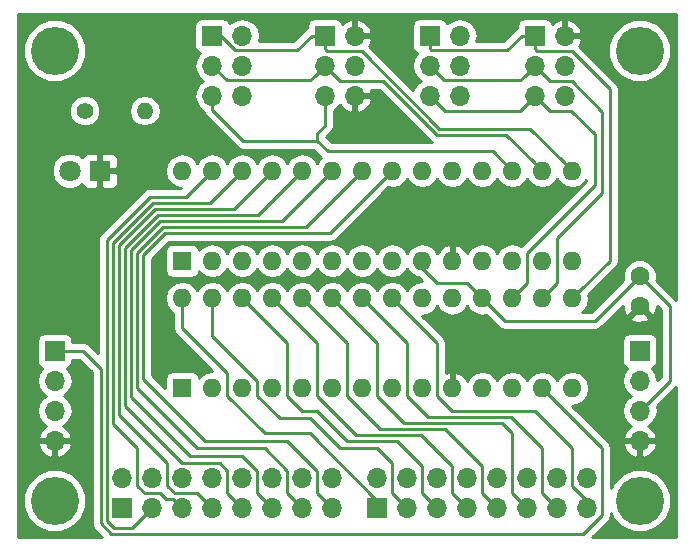
<source format=gbl>
G04 #@! TF.FileFunction,Copper,L2,Bot,Signal*
%FSLAX46Y46*%
G04 Gerber Fmt 4.6, Leading zero omitted, Abs format (unit mm)*
G04 Created by KiCad (PCBNEW 4.0.6-e0-6349~53~ubuntu14.04.1) date Wed May 31 17:07:56 2017*
%MOMM*%
%LPD*%
G01*
G04 APERTURE LIST*
%ADD10C,0.100000*%
%ADD11C,1.400000*%
%ADD12O,1.400000X1.400000*%
%ADD13R,1.800000X1.800000*%
%ADD14C,1.800000*%
%ADD15C,4.064000*%
%ADD16R,1.600000X1.600000*%
%ADD17O,1.600000X1.600000*%
%ADD18C,1.600000*%
%ADD19R,1.700000X1.700000*%
%ADD20O,1.700000X1.700000*%
%ADD21C,0.254000*%
G04 APERTURE END LIST*
D10*
D11*
X180340000Y-132080000D03*
D12*
X185420000Y-132080000D03*
D13*
X181610000Y-137160000D03*
D14*
X179070000Y-137160000D03*
D15*
X177800000Y-127000000D03*
X227330000Y-127000000D03*
X227330000Y-165100000D03*
D16*
X188595000Y-155575000D03*
D17*
X221615000Y-147955000D03*
X191135000Y-155575000D03*
X219075000Y-147955000D03*
X193675000Y-155575000D03*
X216535000Y-147955000D03*
X196215000Y-155575000D03*
X213995000Y-147955000D03*
X198755000Y-155575000D03*
X211455000Y-147955000D03*
X201295000Y-155575000D03*
X208915000Y-147955000D03*
X203835000Y-155575000D03*
X206375000Y-147955000D03*
X206375000Y-155575000D03*
X203835000Y-147955000D03*
X208915000Y-155575000D03*
X201295000Y-147955000D03*
X211455000Y-155575000D03*
X198755000Y-147955000D03*
X213995000Y-155575000D03*
X196215000Y-147955000D03*
X216535000Y-155575000D03*
X193675000Y-147955000D03*
X219075000Y-155575000D03*
X191135000Y-147955000D03*
X221615000Y-155575000D03*
X188595000Y-147955000D03*
D16*
X188595000Y-144780000D03*
D17*
X221615000Y-137160000D03*
X191135000Y-144780000D03*
X219075000Y-137160000D03*
X193675000Y-144780000D03*
X216535000Y-137160000D03*
X196215000Y-144780000D03*
X213995000Y-137160000D03*
X198755000Y-144780000D03*
X211455000Y-137160000D03*
X201295000Y-144780000D03*
X208915000Y-137160000D03*
X203835000Y-144780000D03*
X206375000Y-137160000D03*
X206375000Y-144780000D03*
X203835000Y-137160000D03*
X208915000Y-144780000D03*
X201295000Y-137160000D03*
X211455000Y-144780000D03*
X198755000Y-137160000D03*
X213995000Y-144780000D03*
X196215000Y-137160000D03*
X216535000Y-144780000D03*
X193675000Y-137160000D03*
X219075000Y-144780000D03*
X191135000Y-137160000D03*
X221615000Y-144780000D03*
X188595000Y-137160000D03*
D18*
X227330000Y-148590000D03*
X227330000Y-146090000D03*
D15*
X177800000Y-165100000D03*
D19*
X218440000Y-125730000D03*
D20*
X220980000Y-125730000D03*
X218440000Y-128270000D03*
X220980000Y-128270000D03*
X218440000Y-130810000D03*
X220980000Y-130810000D03*
D19*
X209550000Y-125730000D03*
D20*
X212090000Y-125730000D03*
X209550000Y-128270000D03*
X212090000Y-128270000D03*
X209550000Y-130810000D03*
X212090000Y-130810000D03*
D19*
X205105000Y-165735000D03*
D20*
X205105000Y-163195000D03*
X207645000Y-165735000D03*
X207645000Y-163195000D03*
X210185000Y-165735000D03*
X210185000Y-163195000D03*
X212725000Y-165735000D03*
X212725000Y-163195000D03*
X215265000Y-165735000D03*
X215265000Y-163195000D03*
X217805000Y-165735000D03*
X217805000Y-163195000D03*
X220345000Y-165735000D03*
X220345000Y-163195000D03*
X222885000Y-165735000D03*
X222885000Y-163195000D03*
D19*
X200660000Y-125730000D03*
D20*
X203200000Y-125730000D03*
X200660000Y-128270000D03*
X203200000Y-128270000D03*
X200660000Y-130810000D03*
X203200000Y-130810000D03*
D19*
X191135000Y-125730000D03*
D20*
X193675000Y-125730000D03*
X191135000Y-128270000D03*
X193675000Y-128270000D03*
X191135000Y-130810000D03*
X193675000Y-130810000D03*
D19*
X183515000Y-165735000D03*
D20*
X183515000Y-163195000D03*
X186055000Y-165735000D03*
X186055000Y-163195000D03*
X188595000Y-165735000D03*
X188595000Y-163195000D03*
X191135000Y-165735000D03*
X191135000Y-163195000D03*
X193675000Y-165735000D03*
X193675000Y-163195000D03*
X196215000Y-165735000D03*
X196215000Y-163195000D03*
X198755000Y-165735000D03*
X198755000Y-163195000D03*
X201295000Y-165735000D03*
X201295000Y-163195000D03*
D19*
X227330000Y-152400000D03*
D20*
X227330000Y-154940000D03*
X227330000Y-157480000D03*
X227330000Y-160020000D03*
D19*
X177800000Y-152400000D03*
D20*
X177800000Y-154940000D03*
X177800000Y-157480000D03*
X177800000Y-160020000D03*
D21*
X227330000Y-146090000D02*
X227330000Y-146099543D01*
X227330000Y-146099543D02*
X229870000Y-148639543D01*
X229870000Y-148639543D02*
X229870000Y-154940000D01*
X229870000Y-154940000D02*
X227330000Y-157480000D01*
X213995000Y-147955000D02*
X215900000Y-149860000D01*
X215900000Y-149860000D02*
X223560000Y-149860000D01*
X223560000Y-149860000D02*
X227330000Y-146090000D01*
X208915000Y-144780000D02*
X208915000Y-145415000D01*
X212725000Y-146685000D02*
X213995000Y-147955000D01*
X210185000Y-146685000D02*
X212725000Y-146685000D01*
X208915000Y-145415000D02*
X210185000Y-146685000D01*
X219075000Y-155575000D02*
X224116001Y-160616001D01*
X224116001Y-160616001D02*
X224116001Y-166325881D01*
X224116001Y-166325881D02*
X222523138Y-167918744D01*
X179070000Y-152400000D02*
X177800000Y-152400000D01*
X222523138Y-167918744D02*
X182607010Y-167918744D01*
X181687619Y-153913619D02*
X180174000Y-152400000D01*
X182607010Y-167918744D02*
X181687620Y-166999354D01*
X180174000Y-152400000D02*
X179070000Y-152400000D01*
X181687620Y-166999354D02*
X181687619Y-153913619D01*
X218440000Y-125730000D02*
X218440000Y-126834000D01*
X224790000Y-130258118D02*
X224790000Y-144780000D01*
X218440000Y-126834000D02*
X218644999Y-127038999D01*
X218644999Y-127038999D02*
X221570881Y-127038999D01*
X221570881Y-127038999D02*
X224790000Y-130258118D01*
X222313499Y-147256501D02*
X221615000Y-147955000D01*
X224790000Y-144780000D02*
X222313499Y-147256501D01*
X209550000Y-125730000D02*
X209550000Y-126834000D01*
X209550000Y-126834000D02*
X209677001Y-126961001D01*
X209677001Y-126961001D02*
X216104999Y-126961001D01*
X216104999Y-126961001D02*
X217336000Y-125730000D01*
X217336000Y-125730000D02*
X218440000Y-125730000D01*
X218440000Y-128270000D02*
X219748999Y-129578999D01*
X219748999Y-129578999D02*
X221570881Y-129578999D01*
X220345000Y-142875000D02*
X220345000Y-146685000D01*
X220345000Y-146685000D02*
X219773499Y-147256501D01*
X221570881Y-129578999D02*
X224155000Y-132163118D01*
X224155000Y-132163118D02*
X224155000Y-139065000D01*
X224155000Y-139065000D02*
X220345000Y-142875000D01*
X219773499Y-147256501D02*
X219075000Y-147955000D01*
X209550000Y-128270000D02*
X210781001Y-129501001D01*
X210781001Y-129501001D02*
X217208999Y-129501001D01*
X217208999Y-129501001D02*
X217590001Y-129119999D01*
X217590001Y-129119999D02*
X218440000Y-128270000D01*
X223576597Y-134620000D02*
X223576597Y-135890000D01*
X223576597Y-135890000D02*
X223576597Y-138373403D01*
X218440000Y-130810000D02*
X219710000Y-132080000D01*
X219710000Y-132080000D02*
X221531882Y-132080000D01*
X221531882Y-132080000D02*
X223520000Y-134068118D01*
X223520000Y-134068118D02*
X223520000Y-135833403D01*
X223520000Y-135833403D02*
X223576597Y-135890000D01*
X209550000Y-130810000D02*
X210820000Y-132080000D01*
X210820000Y-132080000D02*
X217170000Y-132080000D01*
X217170000Y-132080000D02*
X217590001Y-131659999D01*
X217590001Y-131659999D02*
X218440000Y-130810000D01*
X217805000Y-144145000D02*
X217805000Y-146685000D01*
X217805000Y-146685000D02*
X216535000Y-147955000D01*
X223576597Y-138373403D02*
X217805000Y-144145000D01*
X218440000Y-157480000D02*
X211455000Y-157480000D01*
X211455000Y-157480000D02*
X210185000Y-156210000D01*
X222885000Y-165735000D02*
X222885000Y-165100000D01*
X222885000Y-165100000D02*
X221615000Y-163830000D01*
X221615000Y-163830000D02*
X221615000Y-160655000D01*
X221615000Y-160655000D02*
X218440000Y-157480000D01*
X210185000Y-156210000D02*
X210185000Y-151765000D01*
X210185000Y-151765000D02*
X206375000Y-147955000D01*
X216408011Y-157988011D02*
X219075000Y-160655000D01*
X219075000Y-160655000D02*
X219075000Y-164465000D01*
X209423011Y-157988011D02*
X216408011Y-157988011D01*
X207645000Y-151765000D02*
X207645000Y-156210000D01*
X207645000Y-156210000D02*
X209423011Y-157988011D01*
X203835000Y-147955000D02*
X207645000Y-151765000D01*
X219075000Y-164465000D02*
X219583001Y-164973001D01*
X219583001Y-164973001D02*
X220345000Y-165735000D01*
X215646022Y-158496022D02*
X216535000Y-159385000D01*
X216535000Y-159385000D02*
X216535000Y-164465000D01*
X207391022Y-158496022D02*
X215646022Y-158496022D01*
X216535000Y-164465000D02*
X217043001Y-164973001D01*
X217043001Y-164973001D02*
X217805000Y-165735000D01*
X201295000Y-147955000D02*
X205105000Y-151765000D01*
X205105000Y-151765000D02*
X205105000Y-156210000D01*
X205105000Y-156210000D02*
X207391022Y-158496022D01*
X214503001Y-164973001D02*
X215265000Y-165735000D01*
X213995000Y-162175308D02*
X213995000Y-164465000D01*
X213995000Y-164465000D02*
X214503001Y-164973001D01*
X205359033Y-159004033D02*
X210823725Y-159004033D01*
X198755000Y-147955000D02*
X202565000Y-151765000D01*
X202565000Y-151765000D02*
X202565000Y-156210000D01*
X202565000Y-156210000D02*
X205359033Y-159004033D01*
X210823725Y-159004033D02*
X213995000Y-162175308D01*
X211963001Y-164973001D02*
X212725000Y-165735000D01*
X208791736Y-159512044D02*
X211455000Y-162175308D01*
X196215000Y-147955000D02*
X200025000Y-151765000D01*
X211455000Y-162175308D02*
X211455000Y-164465000D01*
X200025000Y-151765000D02*
X200025000Y-156210000D01*
X211455000Y-164465000D02*
X211963001Y-164973001D01*
X200025000Y-156210000D02*
X203327044Y-159512044D01*
X203327044Y-159512044D02*
X208791736Y-159512044D01*
X202565055Y-160020055D02*
X206759747Y-160020055D01*
X206759747Y-160020055D02*
X208915000Y-162175308D01*
X200025000Y-157480000D02*
X202565055Y-160020055D01*
X198755000Y-157480000D02*
X200025000Y-157480000D01*
X197485000Y-156210000D02*
X198755000Y-157480000D01*
X193675000Y-147955000D02*
X197485000Y-151765000D01*
X208915000Y-162175308D02*
X208915000Y-164465000D01*
X197485000Y-151765000D02*
X197485000Y-156210000D01*
X208915000Y-164465000D02*
X209423001Y-164973001D01*
X209423001Y-164973001D02*
X210185000Y-165735000D01*
X191135000Y-147955000D02*
X191135000Y-151130000D01*
X206375000Y-164465000D02*
X207645000Y-165735000D01*
X206375000Y-161925000D02*
X206375000Y-164465000D01*
X205105000Y-160655000D02*
X206375000Y-161925000D01*
X201930000Y-160655000D02*
X205105000Y-160655000D01*
X199390000Y-158115000D02*
X201930000Y-160655000D01*
X196850000Y-158115000D02*
X199390000Y-158115000D01*
X194945000Y-156210000D02*
X196850000Y-158115000D01*
X194945000Y-154940000D02*
X194945000Y-156210000D01*
X191135000Y-151130000D02*
X194945000Y-154940000D01*
X188595000Y-147955000D02*
X188595000Y-150495000D01*
X205105000Y-165100000D02*
X205105000Y-165735000D01*
X199390000Y-159385000D02*
X205105000Y-165100000D01*
X195580000Y-159385000D02*
X199390000Y-159385000D01*
X192405000Y-156210000D02*
X195580000Y-159385000D01*
X192405000Y-154305000D02*
X192405000Y-156210000D01*
X188595000Y-150495000D02*
X192405000Y-154305000D01*
X200660000Y-125730000D02*
X200660000Y-126834000D01*
X200660000Y-126834000D02*
X200864999Y-127038999D01*
X200864999Y-127038999D02*
X203790881Y-127038999D01*
X203790881Y-127038999D02*
X210355862Y-133603980D01*
X210355862Y-133603980D02*
X218058980Y-133603980D01*
X218058980Y-133603980D02*
X220815001Y-136360001D01*
X220815001Y-136360001D02*
X221615000Y-137160000D01*
X191135000Y-125730000D02*
X191135000Y-125011882D01*
X191135000Y-125011882D02*
X193084119Y-126961001D01*
X193084119Y-126961001D02*
X198324999Y-126961001D01*
X198324999Y-126961001D02*
X199556000Y-125730000D01*
X199556000Y-125730000D02*
X200660000Y-125730000D01*
X200660000Y-128270000D02*
X201968999Y-129578999D01*
X201968999Y-129578999D02*
X205612447Y-129578999D01*
X205612447Y-129578999D02*
X210145438Y-134111990D01*
X210145438Y-134111990D02*
X216026990Y-134111990D01*
X191135000Y-128270000D02*
X192366001Y-129501001D01*
X192366001Y-129501001D02*
X199428999Y-129501001D01*
X199428999Y-129501001D02*
X199810001Y-129119999D01*
X199810001Y-129119999D02*
X200660000Y-128270000D01*
X216026990Y-134111990D02*
X218376501Y-136461501D01*
X218376501Y-136461501D02*
X219075000Y-137160000D01*
X200660000Y-133350000D02*
X200025000Y-133985000D01*
X200025000Y-133985000D02*
X200025000Y-134620000D01*
X200660000Y-130810000D02*
X200660000Y-133350000D01*
X191135000Y-130810000D02*
X191135000Y-132012081D01*
X191135000Y-132012081D02*
X193742919Y-134620000D01*
X193742919Y-134620000D02*
X200025000Y-134620000D01*
X200025000Y-134620000D02*
X200933425Y-135528425D01*
X214903425Y-135528425D02*
X216535000Y-137160000D01*
X200933425Y-135528425D02*
X214903425Y-135528425D01*
X200025000Y-164465000D02*
X200533001Y-164973001D01*
X200533001Y-164973001D02*
X201295000Y-165735000D01*
X201126287Y-142408713D02*
X187162552Y-142408713D01*
X190500000Y-160020000D02*
X197485000Y-160020000D01*
X185243693Y-154763693D02*
X190500000Y-160020000D01*
X200025000Y-162560000D02*
X200025000Y-164465000D01*
X185243693Y-144327572D02*
X185243693Y-154763693D01*
X197485000Y-160020000D02*
X200025000Y-162560000D01*
X206375000Y-137160000D02*
X201126287Y-142408713D01*
X187162552Y-142408713D02*
X185243693Y-144327572D01*
X186952127Y-141900702D02*
X184735682Y-144117147D01*
X184735682Y-144117147D02*
X184735682Y-155525674D01*
X197485000Y-162560000D02*
X197485000Y-164465000D01*
X195580000Y-160655000D02*
X197485000Y-162560000D01*
X189865000Y-160655000D02*
X195580000Y-160655000D01*
X184735682Y-155525674D02*
X189865000Y-160655000D01*
X203835000Y-137160000D02*
X199094298Y-141900702D01*
X197993001Y-164973001D02*
X198755000Y-165735000D01*
X197485000Y-164465000D02*
X197993001Y-164973001D01*
X199094298Y-141900702D02*
X186952127Y-141900702D01*
X193675000Y-161290000D02*
X194945000Y-162560000D01*
X184227672Y-143906721D02*
X184227672Y-156287672D01*
X194945000Y-164465000D02*
X195453001Y-164973001D01*
X194945000Y-162560000D02*
X194945000Y-164465000D01*
X189230000Y-161290000D02*
X193675000Y-161290000D01*
X195453001Y-164973001D02*
X196215000Y-165735000D01*
X186741702Y-141392691D02*
X184227672Y-143906721D01*
X184227672Y-156287672D02*
X189230000Y-161290000D01*
X197062309Y-141392691D02*
X186741702Y-141392691D01*
X201295000Y-137160000D02*
X197062309Y-141392691D01*
X183719662Y-143696295D02*
X183719662Y-157049662D01*
X192913001Y-164973001D02*
X193675000Y-165735000D01*
X192405000Y-164465000D02*
X192913001Y-164973001D01*
X192405000Y-162560000D02*
X192405000Y-164465000D01*
X191770000Y-161925000D02*
X192405000Y-162560000D01*
X188595000Y-161925000D02*
X191770000Y-161925000D01*
X183719662Y-157049662D02*
X188595000Y-161925000D01*
X195030320Y-140884680D02*
X186531277Y-140884680D01*
X198755000Y-137160000D02*
X195030320Y-140884680D01*
X186531277Y-140884680D02*
X183719662Y-143696295D01*
X190373001Y-164973001D02*
X191135000Y-165735000D01*
X187325000Y-163830000D02*
X187959990Y-164464990D01*
X196215000Y-137160000D02*
X192998331Y-140376669D01*
X189864990Y-164464990D02*
X190373001Y-164973001D01*
X183211651Y-143485870D02*
X183211651Y-157811651D01*
X186320852Y-140376669D02*
X183211651Y-143485870D01*
X187959990Y-164464990D02*
X189864990Y-164464990D01*
X183211651Y-157811651D02*
X187325000Y-161925000D01*
X187325000Y-161925000D02*
X187325000Y-163830000D01*
X192998331Y-140376669D02*
X186320852Y-140376669D01*
X182703640Y-143275445D02*
X186110427Y-139868658D01*
X187833001Y-164973001D02*
X187198001Y-164973001D01*
X184785000Y-163830000D02*
X184785000Y-160655000D01*
X185420000Y-164465000D02*
X184785000Y-163830000D01*
X192976501Y-137858499D02*
X193675000Y-137160000D01*
X190966342Y-139868658D02*
X192976501Y-137858499D01*
X186110427Y-139868658D02*
X190966342Y-139868658D01*
X187198001Y-164973001D02*
X186690000Y-164465000D01*
X188595000Y-165735000D02*
X187833001Y-164973001D01*
X182703640Y-158573640D02*
X182703640Y-143275445D01*
X186690000Y-164465000D02*
X185420000Y-164465000D01*
X184785000Y-160655000D02*
X182703640Y-158573640D01*
X191135000Y-137160000D02*
X188934353Y-139360647D01*
X188934353Y-139360647D02*
X185899994Y-139360647D01*
X182195629Y-143065012D02*
X182195629Y-166788929D01*
X185899994Y-139360647D02*
X182195629Y-143065012D01*
X185293001Y-166496999D02*
X186055000Y-165735000D01*
X182195629Y-166788929D02*
X182817434Y-167410734D01*
X182817434Y-167410734D02*
X184379266Y-167410734D01*
X184379266Y-167410734D02*
X185293001Y-166496999D01*
G36*
X230430000Y-148132433D02*
X230408815Y-148100727D01*
X228741286Y-146433199D01*
X228764750Y-146376691D01*
X228765248Y-145805813D01*
X228547243Y-145278200D01*
X228143923Y-144874176D01*
X227616691Y-144655250D01*
X227045813Y-144654752D01*
X226518200Y-144872757D01*
X226114176Y-145276077D01*
X225895250Y-145803309D01*
X225894752Y-146374187D01*
X225916222Y-146426148D01*
X223244370Y-149098000D01*
X222479755Y-149098000D01*
X222629698Y-148997811D01*
X222940767Y-148532264D01*
X223050000Y-147983113D01*
X223050000Y-147926887D01*
X222995373Y-147652257D01*
X225328815Y-145318816D01*
X225493996Y-145071605D01*
X225501960Y-145031568D01*
X225552000Y-144780000D01*
X225552000Y-130258118D01*
X225493996Y-129966513D01*
X225377795Y-129792606D01*
X225328816Y-129719303D01*
X223137685Y-127528172D01*
X224662538Y-127528172D01*
X225067709Y-128508761D01*
X225817293Y-129259655D01*
X226797173Y-129666536D01*
X227858172Y-129667462D01*
X228838761Y-129262291D01*
X229589655Y-128512707D01*
X229996536Y-127532827D01*
X229997462Y-126471828D01*
X229592291Y-125491239D01*
X228842707Y-124740345D01*
X227862827Y-124333464D01*
X226801828Y-124332538D01*
X225821239Y-124737709D01*
X225070345Y-125487293D01*
X224663464Y-126467173D01*
X224662538Y-127528172D01*
X223137685Y-127528172D01*
X222182409Y-126572897D01*
X222251645Y-126496924D01*
X222421476Y-126086890D01*
X222300155Y-125857000D01*
X221107000Y-125857000D01*
X221107000Y-125877000D01*
X220853000Y-125877000D01*
X220853000Y-125857000D01*
X220833000Y-125857000D01*
X220833000Y-125603000D01*
X220853000Y-125603000D01*
X220853000Y-124409181D01*
X221107000Y-124409181D01*
X221107000Y-125603000D01*
X222300155Y-125603000D01*
X222421476Y-125373110D01*
X222251645Y-124963076D01*
X221861358Y-124534817D01*
X221336892Y-124288514D01*
X221107000Y-124409181D01*
X220853000Y-124409181D01*
X220623108Y-124288514D01*
X220098642Y-124534817D01*
X219911192Y-124740504D01*
X219893162Y-124644683D01*
X219754090Y-124428559D01*
X219541890Y-124283569D01*
X219290000Y-124232560D01*
X217590000Y-124232560D01*
X217354683Y-124276838D01*
X217138559Y-124415910D01*
X216993569Y-124628110D01*
X216942560Y-124880000D01*
X216942560Y-125094048D01*
X216797184Y-125191185D01*
X215789369Y-126199001D01*
X213510803Y-126199001D01*
X213604093Y-125730000D01*
X213491054Y-125161715D01*
X213169147Y-124679946D01*
X212687378Y-124358039D01*
X212119093Y-124245000D01*
X212060907Y-124245000D01*
X211492622Y-124358039D01*
X211010853Y-124679946D01*
X211010029Y-124681179D01*
X211003162Y-124644683D01*
X210864090Y-124428559D01*
X210651890Y-124283569D01*
X210400000Y-124232560D01*
X208700000Y-124232560D01*
X208464683Y-124276838D01*
X208248559Y-124415910D01*
X208103569Y-124628110D01*
X208052560Y-124880000D01*
X208052560Y-126580000D01*
X208096838Y-126815317D01*
X208235910Y-127031441D01*
X208448110Y-127176431D01*
X208515541Y-127190086D01*
X208470853Y-127219946D01*
X208148946Y-127701715D01*
X208035907Y-128270000D01*
X208148946Y-128838285D01*
X208470853Y-129320054D01*
X208800026Y-129540000D01*
X208470853Y-129759946D01*
X208148946Y-130241715D01*
X208136052Y-130306540D01*
X204402409Y-126572897D01*
X204471645Y-126496924D01*
X204641476Y-126086890D01*
X204520155Y-125857000D01*
X203327000Y-125857000D01*
X203327000Y-125877000D01*
X203073000Y-125877000D01*
X203073000Y-125857000D01*
X203053000Y-125857000D01*
X203053000Y-125603000D01*
X203073000Y-125603000D01*
X203073000Y-124409181D01*
X203327000Y-124409181D01*
X203327000Y-125603000D01*
X204520155Y-125603000D01*
X204641476Y-125373110D01*
X204471645Y-124963076D01*
X204081358Y-124534817D01*
X203556892Y-124288514D01*
X203327000Y-124409181D01*
X203073000Y-124409181D01*
X202843108Y-124288514D01*
X202318642Y-124534817D01*
X202131192Y-124740504D01*
X202113162Y-124644683D01*
X201974090Y-124428559D01*
X201761890Y-124283569D01*
X201510000Y-124232560D01*
X199810000Y-124232560D01*
X199574683Y-124276838D01*
X199358559Y-124415910D01*
X199213569Y-124628110D01*
X199162560Y-124880000D01*
X199162560Y-125094048D01*
X199017184Y-125191185D01*
X198009369Y-126199001D01*
X195095803Y-126199001D01*
X195189093Y-125730000D01*
X195076054Y-125161715D01*
X194754147Y-124679946D01*
X194272378Y-124358039D01*
X193704093Y-124245000D01*
X193645907Y-124245000D01*
X193077622Y-124358039D01*
X192595853Y-124679946D01*
X192595029Y-124681179D01*
X192588162Y-124644683D01*
X192449090Y-124428559D01*
X192236890Y-124283569D01*
X191985000Y-124232560D01*
X190285000Y-124232560D01*
X190049683Y-124276838D01*
X189833559Y-124415910D01*
X189688569Y-124628110D01*
X189637560Y-124880000D01*
X189637560Y-126580000D01*
X189681838Y-126815317D01*
X189820910Y-127031441D01*
X190033110Y-127176431D01*
X190100541Y-127190086D01*
X190055853Y-127219946D01*
X189733946Y-127701715D01*
X189620907Y-128270000D01*
X189733946Y-128838285D01*
X190055853Y-129320054D01*
X190385026Y-129540000D01*
X190055853Y-129759946D01*
X189733946Y-130241715D01*
X189620907Y-130810000D01*
X189733946Y-131378285D01*
X190055853Y-131860054D01*
X190386737Y-132081143D01*
X190431004Y-132303686D01*
X190596185Y-132550896D01*
X193204103Y-135158815D01*
X193407302Y-135294588D01*
X193451314Y-135323996D01*
X193742919Y-135382000D01*
X199709370Y-135382000D01*
X200378767Y-136051397D01*
X200280302Y-136117189D01*
X200025000Y-136499275D01*
X199769698Y-136117189D01*
X199304151Y-135806120D01*
X198755000Y-135696887D01*
X198205849Y-135806120D01*
X197740302Y-136117189D01*
X197485000Y-136499275D01*
X197229698Y-136117189D01*
X196764151Y-135806120D01*
X196215000Y-135696887D01*
X195665849Y-135806120D01*
X195200302Y-136117189D01*
X194945000Y-136499275D01*
X194689698Y-136117189D01*
X194224151Y-135806120D01*
X193675000Y-135696887D01*
X193125849Y-135806120D01*
X192660302Y-136117189D01*
X192405000Y-136499275D01*
X192149698Y-136117189D01*
X191684151Y-135806120D01*
X191135000Y-135696887D01*
X190585849Y-135806120D01*
X190120302Y-136117189D01*
X189865000Y-136499275D01*
X189609698Y-136117189D01*
X189144151Y-135806120D01*
X188595000Y-135696887D01*
X188045849Y-135806120D01*
X187580302Y-136117189D01*
X187269233Y-136582736D01*
X187160000Y-137131887D01*
X187160000Y-137188113D01*
X187269233Y-137737264D01*
X187580302Y-138202811D01*
X188045849Y-138513880D01*
X188472001Y-138598647D01*
X185899994Y-138598647D01*
X185608389Y-138656651D01*
X185361178Y-138821832D01*
X181656814Y-142526197D01*
X181491633Y-142773407D01*
X181433629Y-143065012D01*
X181433629Y-152581999D01*
X180712815Y-151861185D01*
X180568864Y-151765000D01*
X180465605Y-151696004D01*
X180174000Y-151638000D01*
X179297440Y-151638000D01*
X179297440Y-151550000D01*
X179253162Y-151314683D01*
X179114090Y-151098559D01*
X178901890Y-150953569D01*
X178650000Y-150902560D01*
X176950000Y-150902560D01*
X176714683Y-150946838D01*
X176498559Y-151085910D01*
X176353569Y-151298110D01*
X176302560Y-151550000D01*
X176302560Y-153250000D01*
X176346838Y-153485317D01*
X176485910Y-153701441D01*
X176698110Y-153846431D01*
X176765541Y-153860086D01*
X176720853Y-153889946D01*
X176398946Y-154371715D01*
X176285907Y-154940000D01*
X176398946Y-155508285D01*
X176720853Y-155990054D01*
X177050026Y-156210000D01*
X176720853Y-156429946D01*
X176398946Y-156911715D01*
X176285907Y-157480000D01*
X176398946Y-158048285D01*
X176720853Y-158530054D01*
X177061553Y-158757702D01*
X176918642Y-158824817D01*
X176528355Y-159253076D01*
X176358524Y-159663110D01*
X176479845Y-159893000D01*
X177673000Y-159893000D01*
X177673000Y-159873000D01*
X177927000Y-159873000D01*
X177927000Y-159893000D01*
X179120155Y-159893000D01*
X179241476Y-159663110D01*
X179071645Y-159253076D01*
X178681358Y-158824817D01*
X178538447Y-158757702D01*
X178879147Y-158530054D01*
X179201054Y-158048285D01*
X179314093Y-157480000D01*
X179201054Y-156911715D01*
X178879147Y-156429946D01*
X178549974Y-156210000D01*
X178879147Y-155990054D01*
X179201054Y-155508285D01*
X179314093Y-154940000D01*
X179201054Y-154371715D01*
X178879147Y-153889946D01*
X178837548Y-153862150D01*
X178885317Y-153853162D01*
X179101441Y-153714090D01*
X179246431Y-153501890D01*
X179297440Y-153250000D01*
X179297440Y-153162000D01*
X179858370Y-153162000D01*
X180925619Y-154229250D01*
X180925620Y-166999354D01*
X180983624Y-167290959D01*
X181118574Y-167492925D01*
X181148805Y-167538169D01*
X181810635Y-168200000D01*
X174700000Y-168200000D01*
X174700000Y-165628172D01*
X175132538Y-165628172D01*
X175537709Y-166608761D01*
X176287293Y-167359655D01*
X177267173Y-167766536D01*
X178328172Y-167767462D01*
X179308761Y-167362291D01*
X180059655Y-166612707D01*
X180466536Y-165632827D01*
X180467462Y-164571828D01*
X180062291Y-163591239D01*
X179312707Y-162840345D01*
X178332827Y-162433464D01*
X177271828Y-162432538D01*
X176291239Y-162837709D01*
X175540345Y-163587293D01*
X175133464Y-164567173D01*
X175132538Y-165628172D01*
X174700000Y-165628172D01*
X174700000Y-160376890D01*
X176358524Y-160376890D01*
X176528355Y-160786924D01*
X176918642Y-161215183D01*
X177443108Y-161461486D01*
X177673000Y-161340819D01*
X177673000Y-160147000D01*
X177927000Y-160147000D01*
X177927000Y-161340819D01*
X178156892Y-161461486D01*
X178681358Y-161215183D01*
X179071645Y-160786924D01*
X179241476Y-160376890D01*
X179120155Y-160147000D01*
X177927000Y-160147000D01*
X177673000Y-160147000D01*
X176479845Y-160147000D01*
X176358524Y-160376890D01*
X174700000Y-160376890D01*
X174700000Y-137463991D01*
X177534735Y-137463991D01*
X177767932Y-138028371D01*
X178199357Y-138460551D01*
X178763330Y-138694733D01*
X179373991Y-138695265D01*
X179938371Y-138462068D01*
X180115841Y-138284908D01*
X180171673Y-138419699D01*
X180350302Y-138598327D01*
X180583691Y-138695000D01*
X181324250Y-138695000D01*
X181483000Y-138536250D01*
X181483000Y-137287000D01*
X181737000Y-137287000D01*
X181737000Y-138536250D01*
X181895750Y-138695000D01*
X182636309Y-138695000D01*
X182869698Y-138598327D01*
X183048327Y-138419699D01*
X183145000Y-138186310D01*
X183145000Y-137445750D01*
X182986250Y-137287000D01*
X181737000Y-137287000D01*
X181483000Y-137287000D01*
X181463000Y-137287000D01*
X181463000Y-137033000D01*
X181483000Y-137033000D01*
X181483000Y-135783750D01*
X181737000Y-135783750D01*
X181737000Y-137033000D01*
X182986250Y-137033000D01*
X183145000Y-136874250D01*
X183145000Y-136133690D01*
X183048327Y-135900301D01*
X182869698Y-135721673D01*
X182636309Y-135625000D01*
X181895750Y-135625000D01*
X181737000Y-135783750D01*
X181483000Y-135783750D01*
X181324250Y-135625000D01*
X180583691Y-135625000D01*
X180350302Y-135721673D01*
X180171673Y-135900301D01*
X180115881Y-136034994D01*
X179940643Y-135859449D01*
X179376670Y-135625267D01*
X178766009Y-135624735D01*
X178201629Y-135857932D01*
X177769449Y-136289357D01*
X177535267Y-136853330D01*
X177534735Y-137463991D01*
X174700000Y-137463991D01*
X174700000Y-132344383D01*
X179004769Y-132344383D01*
X179207582Y-132835229D01*
X179582796Y-133211098D01*
X180073287Y-133414768D01*
X180604383Y-133415231D01*
X181095229Y-133212418D01*
X181471098Y-132837204D01*
X181674768Y-132346713D01*
X181675000Y-132080000D01*
X184058846Y-132080000D01*
X184160467Y-132590882D01*
X184449858Y-133023988D01*
X184882964Y-133313379D01*
X185393846Y-133415000D01*
X185446154Y-133415000D01*
X185957036Y-133313379D01*
X186390142Y-133023988D01*
X186679533Y-132590882D01*
X186781154Y-132080000D01*
X186679533Y-131569118D01*
X186390142Y-131136012D01*
X185957036Y-130846621D01*
X185446154Y-130745000D01*
X185393846Y-130745000D01*
X184882964Y-130846621D01*
X184449858Y-131136012D01*
X184160467Y-131569118D01*
X184058846Y-132080000D01*
X181675000Y-132080000D01*
X181675231Y-131815617D01*
X181472418Y-131324771D01*
X181097204Y-130948902D01*
X180606713Y-130745232D01*
X180075617Y-130744769D01*
X179584771Y-130947582D01*
X179208902Y-131322796D01*
X179005232Y-131813287D01*
X179004769Y-132344383D01*
X174700000Y-132344383D01*
X174700000Y-127528172D01*
X175132538Y-127528172D01*
X175537709Y-128508761D01*
X176287293Y-129259655D01*
X177267173Y-129666536D01*
X178328172Y-129667462D01*
X179308761Y-129262291D01*
X180059655Y-128512707D01*
X180466536Y-127532827D01*
X180467462Y-126471828D01*
X180062291Y-125491239D01*
X179312707Y-124740345D01*
X178332827Y-124333464D01*
X177271828Y-124332538D01*
X176291239Y-124737709D01*
X175540345Y-125487293D01*
X175133464Y-126467173D01*
X175132538Y-127528172D01*
X174700000Y-127528172D01*
X174700000Y-123900000D01*
X230430000Y-123900000D01*
X230430000Y-148132433D01*
X230430000Y-148132433D01*
G37*
X230430000Y-148132433D02*
X230408815Y-148100727D01*
X228741286Y-146433199D01*
X228764750Y-146376691D01*
X228765248Y-145805813D01*
X228547243Y-145278200D01*
X228143923Y-144874176D01*
X227616691Y-144655250D01*
X227045813Y-144654752D01*
X226518200Y-144872757D01*
X226114176Y-145276077D01*
X225895250Y-145803309D01*
X225894752Y-146374187D01*
X225916222Y-146426148D01*
X223244370Y-149098000D01*
X222479755Y-149098000D01*
X222629698Y-148997811D01*
X222940767Y-148532264D01*
X223050000Y-147983113D01*
X223050000Y-147926887D01*
X222995373Y-147652257D01*
X225328815Y-145318816D01*
X225493996Y-145071605D01*
X225501960Y-145031568D01*
X225552000Y-144780000D01*
X225552000Y-130258118D01*
X225493996Y-129966513D01*
X225377795Y-129792606D01*
X225328816Y-129719303D01*
X223137685Y-127528172D01*
X224662538Y-127528172D01*
X225067709Y-128508761D01*
X225817293Y-129259655D01*
X226797173Y-129666536D01*
X227858172Y-129667462D01*
X228838761Y-129262291D01*
X229589655Y-128512707D01*
X229996536Y-127532827D01*
X229997462Y-126471828D01*
X229592291Y-125491239D01*
X228842707Y-124740345D01*
X227862827Y-124333464D01*
X226801828Y-124332538D01*
X225821239Y-124737709D01*
X225070345Y-125487293D01*
X224663464Y-126467173D01*
X224662538Y-127528172D01*
X223137685Y-127528172D01*
X222182409Y-126572897D01*
X222251645Y-126496924D01*
X222421476Y-126086890D01*
X222300155Y-125857000D01*
X221107000Y-125857000D01*
X221107000Y-125877000D01*
X220853000Y-125877000D01*
X220853000Y-125857000D01*
X220833000Y-125857000D01*
X220833000Y-125603000D01*
X220853000Y-125603000D01*
X220853000Y-124409181D01*
X221107000Y-124409181D01*
X221107000Y-125603000D01*
X222300155Y-125603000D01*
X222421476Y-125373110D01*
X222251645Y-124963076D01*
X221861358Y-124534817D01*
X221336892Y-124288514D01*
X221107000Y-124409181D01*
X220853000Y-124409181D01*
X220623108Y-124288514D01*
X220098642Y-124534817D01*
X219911192Y-124740504D01*
X219893162Y-124644683D01*
X219754090Y-124428559D01*
X219541890Y-124283569D01*
X219290000Y-124232560D01*
X217590000Y-124232560D01*
X217354683Y-124276838D01*
X217138559Y-124415910D01*
X216993569Y-124628110D01*
X216942560Y-124880000D01*
X216942560Y-125094048D01*
X216797184Y-125191185D01*
X215789369Y-126199001D01*
X213510803Y-126199001D01*
X213604093Y-125730000D01*
X213491054Y-125161715D01*
X213169147Y-124679946D01*
X212687378Y-124358039D01*
X212119093Y-124245000D01*
X212060907Y-124245000D01*
X211492622Y-124358039D01*
X211010853Y-124679946D01*
X211010029Y-124681179D01*
X211003162Y-124644683D01*
X210864090Y-124428559D01*
X210651890Y-124283569D01*
X210400000Y-124232560D01*
X208700000Y-124232560D01*
X208464683Y-124276838D01*
X208248559Y-124415910D01*
X208103569Y-124628110D01*
X208052560Y-124880000D01*
X208052560Y-126580000D01*
X208096838Y-126815317D01*
X208235910Y-127031441D01*
X208448110Y-127176431D01*
X208515541Y-127190086D01*
X208470853Y-127219946D01*
X208148946Y-127701715D01*
X208035907Y-128270000D01*
X208148946Y-128838285D01*
X208470853Y-129320054D01*
X208800026Y-129540000D01*
X208470853Y-129759946D01*
X208148946Y-130241715D01*
X208136052Y-130306540D01*
X204402409Y-126572897D01*
X204471645Y-126496924D01*
X204641476Y-126086890D01*
X204520155Y-125857000D01*
X203327000Y-125857000D01*
X203327000Y-125877000D01*
X203073000Y-125877000D01*
X203073000Y-125857000D01*
X203053000Y-125857000D01*
X203053000Y-125603000D01*
X203073000Y-125603000D01*
X203073000Y-124409181D01*
X203327000Y-124409181D01*
X203327000Y-125603000D01*
X204520155Y-125603000D01*
X204641476Y-125373110D01*
X204471645Y-124963076D01*
X204081358Y-124534817D01*
X203556892Y-124288514D01*
X203327000Y-124409181D01*
X203073000Y-124409181D01*
X202843108Y-124288514D01*
X202318642Y-124534817D01*
X202131192Y-124740504D01*
X202113162Y-124644683D01*
X201974090Y-124428559D01*
X201761890Y-124283569D01*
X201510000Y-124232560D01*
X199810000Y-124232560D01*
X199574683Y-124276838D01*
X199358559Y-124415910D01*
X199213569Y-124628110D01*
X199162560Y-124880000D01*
X199162560Y-125094048D01*
X199017184Y-125191185D01*
X198009369Y-126199001D01*
X195095803Y-126199001D01*
X195189093Y-125730000D01*
X195076054Y-125161715D01*
X194754147Y-124679946D01*
X194272378Y-124358039D01*
X193704093Y-124245000D01*
X193645907Y-124245000D01*
X193077622Y-124358039D01*
X192595853Y-124679946D01*
X192595029Y-124681179D01*
X192588162Y-124644683D01*
X192449090Y-124428559D01*
X192236890Y-124283569D01*
X191985000Y-124232560D01*
X190285000Y-124232560D01*
X190049683Y-124276838D01*
X189833559Y-124415910D01*
X189688569Y-124628110D01*
X189637560Y-124880000D01*
X189637560Y-126580000D01*
X189681838Y-126815317D01*
X189820910Y-127031441D01*
X190033110Y-127176431D01*
X190100541Y-127190086D01*
X190055853Y-127219946D01*
X189733946Y-127701715D01*
X189620907Y-128270000D01*
X189733946Y-128838285D01*
X190055853Y-129320054D01*
X190385026Y-129540000D01*
X190055853Y-129759946D01*
X189733946Y-130241715D01*
X189620907Y-130810000D01*
X189733946Y-131378285D01*
X190055853Y-131860054D01*
X190386737Y-132081143D01*
X190431004Y-132303686D01*
X190596185Y-132550896D01*
X193204103Y-135158815D01*
X193407302Y-135294588D01*
X193451314Y-135323996D01*
X193742919Y-135382000D01*
X199709370Y-135382000D01*
X200378767Y-136051397D01*
X200280302Y-136117189D01*
X200025000Y-136499275D01*
X199769698Y-136117189D01*
X199304151Y-135806120D01*
X198755000Y-135696887D01*
X198205849Y-135806120D01*
X197740302Y-136117189D01*
X197485000Y-136499275D01*
X197229698Y-136117189D01*
X196764151Y-135806120D01*
X196215000Y-135696887D01*
X195665849Y-135806120D01*
X195200302Y-136117189D01*
X194945000Y-136499275D01*
X194689698Y-136117189D01*
X194224151Y-135806120D01*
X193675000Y-135696887D01*
X193125849Y-135806120D01*
X192660302Y-136117189D01*
X192405000Y-136499275D01*
X192149698Y-136117189D01*
X191684151Y-135806120D01*
X191135000Y-135696887D01*
X190585849Y-135806120D01*
X190120302Y-136117189D01*
X189865000Y-136499275D01*
X189609698Y-136117189D01*
X189144151Y-135806120D01*
X188595000Y-135696887D01*
X188045849Y-135806120D01*
X187580302Y-136117189D01*
X187269233Y-136582736D01*
X187160000Y-137131887D01*
X187160000Y-137188113D01*
X187269233Y-137737264D01*
X187580302Y-138202811D01*
X188045849Y-138513880D01*
X188472001Y-138598647D01*
X185899994Y-138598647D01*
X185608389Y-138656651D01*
X185361178Y-138821832D01*
X181656814Y-142526197D01*
X181491633Y-142773407D01*
X181433629Y-143065012D01*
X181433629Y-152581999D01*
X180712815Y-151861185D01*
X180568864Y-151765000D01*
X180465605Y-151696004D01*
X180174000Y-151638000D01*
X179297440Y-151638000D01*
X179297440Y-151550000D01*
X179253162Y-151314683D01*
X179114090Y-151098559D01*
X178901890Y-150953569D01*
X178650000Y-150902560D01*
X176950000Y-150902560D01*
X176714683Y-150946838D01*
X176498559Y-151085910D01*
X176353569Y-151298110D01*
X176302560Y-151550000D01*
X176302560Y-153250000D01*
X176346838Y-153485317D01*
X176485910Y-153701441D01*
X176698110Y-153846431D01*
X176765541Y-153860086D01*
X176720853Y-153889946D01*
X176398946Y-154371715D01*
X176285907Y-154940000D01*
X176398946Y-155508285D01*
X176720853Y-155990054D01*
X177050026Y-156210000D01*
X176720853Y-156429946D01*
X176398946Y-156911715D01*
X176285907Y-157480000D01*
X176398946Y-158048285D01*
X176720853Y-158530054D01*
X177061553Y-158757702D01*
X176918642Y-158824817D01*
X176528355Y-159253076D01*
X176358524Y-159663110D01*
X176479845Y-159893000D01*
X177673000Y-159893000D01*
X177673000Y-159873000D01*
X177927000Y-159873000D01*
X177927000Y-159893000D01*
X179120155Y-159893000D01*
X179241476Y-159663110D01*
X179071645Y-159253076D01*
X178681358Y-158824817D01*
X178538447Y-158757702D01*
X178879147Y-158530054D01*
X179201054Y-158048285D01*
X179314093Y-157480000D01*
X179201054Y-156911715D01*
X178879147Y-156429946D01*
X178549974Y-156210000D01*
X178879147Y-155990054D01*
X179201054Y-155508285D01*
X179314093Y-154940000D01*
X179201054Y-154371715D01*
X178879147Y-153889946D01*
X178837548Y-153862150D01*
X178885317Y-153853162D01*
X179101441Y-153714090D01*
X179246431Y-153501890D01*
X179297440Y-153250000D01*
X179297440Y-153162000D01*
X179858370Y-153162000D01*
X180925619Y-154229250D01*
X180925620Y-166999354D01*
X180983624Y-167290959D01*
X181118574Y-167492925D01*
X181148805Y-167538169D01*
X181810635Y-168200000D01*
X174700000Y-168200000D01*
X174700000Y-165628172D01*
X175132538Y-165628172D01*
X175537709Y-166608761D01*
X176287293Y-167359655D01*
X177267173Y-167766536D01*
X178328172Y-167767462D01*
X179308761Y-167362291D01*
X180059655Y-166612707D01*
X180466536Y-165632827D01*
X180467462Y-164571828D01*
X180062291Y-163591239D01*
X179312707Y-162840345D01*
X178332827Y-162433464D01*
X177271828Y-162432538D01*
X176291239Y-162837709D01*
X175540345Y-163587293D01*
X175133464Y-164567173D01*
X175132538Y-165628172D01*
X174700000Y-165628172D01*
X174700000Y-160376890D01*
X176358524Y-160376890D01*
X176528355Y-160786924D01*
X176918642Y-161215183D01*
X177443108Y-161461486D01*
X177673000Y-161340819D01*
X177673000Y-160147000D01*
X177927000Y-160147000D01*
X177927000Y-161340819D01*
X178156892Y-161461486D01*
X178681358Y-161215183D01*
X179071645Y-160786924D01*
X179241476Y-160376890D01*
X179120155Y-160147000D01*
X177927000Y-160147000D01*
X177673000Y-160147000D01*
X176479845Y-160147000D01*
X176358524Y-160376890D01*
X174700000Y-160376890D01*
X174700000Y-137463991D01*
X177534735Y-137463991D01*
X177767932Y-138028371D01*
X178199357Y-138460551D01*
X178763330Y-138694733D01*
X179373991Y-138695265D01*
X179938371Y-138462068D01*
X180115841Y-138284908D01*
X180171673Y-138419699D01*
X180350302Y-138598327D01*
X180583691Y-138695000D01*
X181324250Y-138695000D01*
X181483000Y-138536250D01*
X181483000Y-137287000D01*
X181737000Y-137287000D01*
X181737000Y-138536250D01*
X181895750Y-138695000D01*
X182636309Y-138695000D01*
X182869698Y-138598327D01*
X183048327Y-138419699D01*
X183145000Y-138186310D01*
X183145000Y-137445750D01*
X182986250Y-137287000D01*
X181737000Y-137287000D01*
X181483000Y-137287000D01*
X181463000Y-137287000D01*
X181463000Y-137033000D01*
X181483000Y-137033000D01*
X181483000Y-135783750D01*
X181737000Y-135783750D01*
X181737000Y-137033000D01*
X182986250Y-137033000D01*
X183145000Y-136874250D01*
X183145000Y-136133690D01*
X183048327Y-135900301D01*
X182869698Y-135721673D01*
X182636309Y-135625000D01*
X181895750Y-135625000D01*
X181737000Y-135783750D01*
X181483000Y-135783750D01*
X181324250Y-135625000D01*
X180583691Y-135625000D01*
X180350302Y-135721673D01*
X180171673Y-135900301D01*
X180115881Y-136034994D01*
X179940643Y-135859449D01*
X179376670Y-135625267D01*
X178766009Y-135624735D01*
X178201629Y-135857932D01*
X177769449Y-136289357D01*
X177535267Y-136853330D01*
X177534735Y-137463991D01*
X174700000Y-137463991D01*
X174700000Y-132344383D01*
X179004769Y-132344383D01*
X179207582Y-132835229D01*
X179582796Y-133211098D01*
X180073287Y-133414768D01*
X180604383Y-133415231D01*
X181095229Y-133212418D01*
X181471098Y-132837204D01*
X181674768Y-132346713D01*
X181675000Y-132080000D01*
X184058846Y-132080000D01*
X184160467Y-132590882D01*
X184449858Y-133023988D01*
X184882964Y-133313379D01*
X185393846Y-133415000D01*
X185446154Y-133415000D01*
X185957036Y-133313379D01*
X186390142Y-133023988D01*
X186679533Y-132590882D01*
X186781154Y-132080000D01*
X186679533Y-131569118D01*
X186390142Y-131136012D01*
X185957036Y-130846621D01*
X185446154Y-130745000D01*
X185393846Y-130745000D01*
X184882964Y-130846621D01*
X184449858Y-131136012D01*
X184160467Y-131569118D01*
X184058846Y-132080000D01*
X181675000Y-132080000D01*
X181675231Y-131815617D01*
X181472418Y-131324771D01*
X181097204Y-130948902D01*
X180606713Y-130745232D01*
X180075617Y-130744769D01*
X179584771Y-130947582D01*
X179208902Y-131322796D01*
X179005232Y-131813287D01*
X179004769Y-132344383D01*
X174700000Y-132344383D01*
X174700000Y-127528172D01*
X175132538Y-127528172D01*
X175537709Y-128508761D01*
X176287293Y-129259655D01*
X177267173Y-129666536D01*
X178328172Y-129667462D01*
X179308761Y-129262291D01*
X180059655Y-128512707D01*
X180466536Y-127532827D01*
X180467462Y-126471828D01*
X180062291Y-125491239D01*
X179312707Y-124740345D01*
X178332827Y-124333464D01*
X177271828Y-124332538D01*
X176291239Y-124737709D01*
X175540345Y-125487293D01*
X175133464Y-126467173D01*
X175132538Y-127528172D01*
X174700000Y-127528172D01*
X174700000Y-123900000D01*
X230430000Y-123900000D01*
X230430000Y-148132433D01*
G36*
X227523748Y-148575858D02*
X227509605Y-148590000D01*
X228337745Y-149418139D01*
X228583864Y-149344005D01*
X228776965Y-148806777D01*
X228767821Y-148614995D01*
X229108000Y-148955174D01*
X229108000Y-154624369D01*
X228835511Y-154896858D01*
X228731054Y-154371715D01*
X228409147Y-153889946D01*
X228367548Y-153862150D01*
X228415317Y-153853162D01*
X228631441Y-153714090D01*
X228776431Y-153501890D01*
X228827440Y-153250000D01*
X228827440Y-151550000D01*
X228783162Y-151314683D01*
X228644090Y-151098559D01*
X228431890Y-150953569D01*
X228180000Y-150902560D01*
X226480000Y-150902560D01*
X226244683Y-150946838D01*
X226028559Y-151085910D01*
X225883569Y-151298110D01*
X225832560Y-151550000D01*
X225832560Y-153250000D01*
X225876838Y-153485317D01*
X226015910Y-153701441D01*
X226228110Y-153846431D01*
X226295541Y-153860086D01*
X226250853Y-153889946D01*
X225928946Y-154371715D01*
X225815907Y-154940000D01*
X225928946Y-155508285D01*
X226250853Y-155990054D01*
X226580026Y-156210000D01*
X226250853Y-156429946D01*
X225928946Y-156911715D01*
X225815907Y-157480000D01*
X225928946Y-158048285D01*
X226250853Y-158530054D01*
X226591553Y-158757702D01*
X226448642Y-158824817D01*
X226058355Y-159253076D01*
X225888524Y-159663110D01*
X226009845Y-159893000D01*
X227203000Y-159893000D01*
X227203000Y-159873000D01*
X227457000Y-159873000D01*
X227457000Y-159893000D01*
X228650155Y-159893000D01*
X228771476Y-159663110D01*
X228601645Y-159253076D01*
X228211358Y-158824817D01*
X228068447Y-158757702D01*
X228409147Y-158530054D01*
X228731054Y-158048285D01*
X228844093Y-157480000D01*
X228771679Y-157115951D01*
X230408815Y-155478816D01*
X230430000Y-155447110D01*
X230430000Y-168200000D01*
X223319512Y-168200000D01*
X224654816Y-166864697D01*
X224819997Y-166617486D01*
X224820948Y-166612707D01*
X224878001Y-166325881D01*
X224878001Y-166149632D01*
X225067709Y-166608761D01*
X225817293Y-167359655D01*
X226797173Y-167766536D01*
X227858172Y-167767462D01*
X228838761Y-167362291D01*
X229589655Y-166612707D01*
X229996536Y-165632827D01*
X229997462Y-164571828D01*
X229592291Y-163591239D01*
X228842707Y-162840345D01*
X227862827Y-162433464D01*
X226801828Y-162432538D01*
X225821239Y-162837709D01*
X225070345Y-163587293D01*
X224878001Y-164050510D01*
X224878001Y-160616001D01*
X224830439Y-160376890D01*
X225888524Y-160376890D01*
X226058355Y-160786924D01*
X226448642Y-161215183D01*
X226973108Y-161461486D01*
X227203000Y-161340819D01*
X227203000Y-160147000D01*
X227457000Y-160147000D01*
X227457000Y-161340819D01*
X227686892Y-161461486D01*
X228211358Y-161215183D01*
X228601645Y-160786924D01*
X228771476Y-160376890D01*
X228650155Y-160147000D01*
X227457000Y-160147000D01*
X227203000Y-160147000D01*
X226009845Y-160147000D01*
X225888524Y-160376890D01*
X224830439Y-160376890D01*
X224819997Y-160324396D01*
X224654816Y-160077186D01*
X221615620Y-157037990D01*
X222164151Y-156928880D01*
X222629698Y-156617811D01*
X222940767Y-156152264D01*
X223050000Y-155603113D01*
X223050000Y-155546887D01*
X222940767Y-154997736D01*
X222629698Y-154532189D01*
X222164151Y-154221120D01*
X221615000Y-154111887D01*
X221065849Y-154221120D01*
X220600302Y-154532189D01*
X220345000Y-154914275D01*
X220089698Y-154532189D01*
X219624151Y-154221120D01*
X219075000Y-154111887D01*
X218525849Y-154221120D01*
X218060302Y-154532189D01*
X217805000Y-154914275D01*
X217549698Y-154532189D01*
X217084151Y-154221120D01*
X216535000Y-154111887D01*
X215985849Y-154221120D01*
X215520302Y-154532189D01*
X215265000Y-154914275D01*
X215009698Y-154532189D01*
X214544151Y-154221120D01*
X213995000Y-154111887D01*
X213445849Y-154221120D01*
X212980302Y-154532189D01*
X212710014Y-154936703D01*
X212607389Y-154719866D01*
X212192423Y-154343959D01*
X211804039Y-154183096D01*
X211582000Y-154305085D01*
X211582000Y-155448000D01*
X211602000Y-155448000D01*
X211602000Y-155702000D01*
X211582000Y-155702000D01*
X211582000Y-155722000D01*
X211328000Y-155722000D01*
X211328000Y-155702000D01*
X211308000Y-155702000D01*
X211308000Y-155448000D01*
X211328000Y-155448000D01*
X211328000Y-154305085D01*
X211105961Y-154183096D01*
X210947000Y-154248935D01*
X210947000Y-151765000D01*
X210888996Y-151473395D01*
X210771874Y-151298110D01*
X210723816Y-151226185D01*
X208915620Y-149417990D01*
X209464151Y-149308880D01*
X209929698Y-148997811D01*
X210185000Y-148615725D01*
X210440302Y-148997811D01*
X210905849Y-149308880D01*
X211455000Y-149418113D01*
X212004151Y-149308880D01*
X212469698Y-148997811D01*
X212725000Y-148615725D01*
X212980302Y-148997811D01*
X213445849Y-149308880D01*
X213995000Y-149418113D01*
X214316527Y-149354157D01*
X215361185Y-150398815D01*
X215608395Y-150563996D01*
X215900000Y-150622000D01*
X223560000Y-150622000D01*
X223851605Y-150563996D01*
X224098815Y-150398815D01*
X224899885Y-149597745D01*
X226501861Y-149597745D01*
X226575995Y-149843864D01*
X227113223Y-150036965D01*
X227683454Y-150009778D01*
X228084005Y-149843864D01*
X228158139Y-149597745D01*
X227330000Y-148769605D01*
X226501861Y-149597745D01*
X224899885Y-149597745D01*
X225894019Y-148603611D01*
X225910222Y-148943454D01*
X226076136Y-149344005D01*
X226322255Y-149418139D01*
X227150395Y-148590000D01*
X227136252Y-148575858D01*
X227315858Y-148396252D01*
X227330000Y-148410395D01*
X227344142Y-148396252D01*
X227523748Y-148575858D01*
X227523748Y-148575858D01*
G37*
X227523748Y-148575858D02*
X227509605Y-148590000D01*
X228337745Y-149418139D01*
X228583864Y-149344005D01*
X228776965Y-148806777D01*
X228767821Y-148614995D01*
X229108000Y-148955174D01*
X229108000Y-154624369D01*
X228835511Y-154896858D01*
X228731054Y-154371715D01*
X228409147Y-153889946D01*
X228367548Y-153862150D01*
X228415317Y-153853162D01*
X228631441Y-153714090D01*
X228776431Y-153501890D01*
X228827440Y-153250000D01*
X228827440Y-151550000D01*
X228783162Y-151314683D01*
X228644090Y-151098559D01*
X228431890Y-150953569D01*
X228180000Y-150902560D01*
X226480000Y-150902560D01*
X226244683Y-150946838D01*
X226028559Y-151085910D01*
X225883569Y-151298110D01*
X225832560Y-151550000D01*
X225832560Y-153250000D01*
X225876838Y-153485317D01*
X226015910Y-153701441D01*
X226228110Y-153846431D01*
X226295541Y-153860086D01*
X226250853Y-153889946D01*
X225928946Y-154371715D01*
X225815907Y-154940000D01*
X225928946Y-155508285D01*
X226250853Y-155990054D01*
X226580026Y-156210000D01*
X226250853Y-156429946D01*
X225928946Y-156911715D01*
X225815907Y-157480000D01*
X225928946Y-158048285D01*
X226250853Y-158530054D01*
X226591553Y-158757702D01*
X226448642Y-158824817D01*
X226058355Y-159253076D01*
X225888524Y-159663110D01*
X226009845Y-159893000D01*
X227203000Y-159893000D01*
X227203000Y-159873000D01*
X227457000Y-159873000D01*
X227457000Y-159893000D01*
X228650155Y-159893000D01*
X228771476Y-159663110D01*
X228601645Y-159253076D01*
X228211358Y-158824817D01*
X228068447Y-158757702D01*
X228409147Y-158530054D01*
X228731054Y-158048285D01*
X228844093Y-157480000D01*
X228771679Y-157115951D01*
X230408815Y-155478816D01*
X230430000Y-155447110D01*
X230430000Y-168200000D01*
X223319512Y-168200000D01*
X224654816Y-166864697D01*
X224819997Y-166617486D01*
X224820948Y-166612707D01*
X224878001Y-166325881D01*
X224878001Y-166149632D01*
X225067709Y-166608761D01*
X225817293Y-167359655D01*
X226797173Y-167766536D01*
X227858172Y-167767462D01*
X228838761Y-167362291D01*
X229589655Y-166612707D01*
X229996536Y-165632827D01*
X229997462Y-164571828D01*
X229592291Y-163591239D01*
X228842707Y-162840345D01*
X227862827Y-162433464D01*
X226801828Y-162432538D01*
X225821239Y-162837709D01*
X225070345Y-163587293D01*
X224878001Y-164050510D01*
X224878001Y-160616001D01*
X224830439Y-160376890D01*
X225888524Y-160376890D01*
X226058355Y-160786924D01*
X226448642Y-161215183D01*
X226973108Y-161461486D01*
X227203000Y-161340819D01*
X227203000Y-160147000D01*
X227457000Y-160147000D01*
X227457000Y-161340819D01*
X227686892Y-161461486D01*
X228211358Y-161215183D01*
X228601645Y-160786924D01*
X228771476Y-160376890D01*
X228650155Y-160147000D01*
X227457000Y-160147000D01*
X227203000Y-160147000D01*
X226009845Y-160147000D01*
X225888524Y-160376890D01*
X224830439Y-160376890D01*
X224819997Y-160324396D01*
X224654816Y-160077186D01*
X221615620Y-157037990D01*
X222164151Y-156928880D01*
X222629698Y-156617811D01*
X222940767Y-156152264D01*
X223050000Y-155603113D01*
X223050000Y-155546887D01*
X222940767Y-154997736D01*
X222629698Y-154532189D01*
X222164151Y-154221120D01*
X221615000Y-154111887D01*
X221065849Y-154221120D01*
X220600302Y-154532189D01*
X220345000Y-154914275D01*
X220089698Y-154532189D01*
X219624151Y-154221120D01*
X219075000Y-154111887D01*
X218525849Y-154221120D01*
X218060302Y-154532189D01*
X217805000Y-154914275D01*
X217549698Y-154532189D01*
X217084151Y-154221120D01*
X216535000Y-154111887D01*
X215985849Y-154221120D01*
X215520302Y-154532189D01*
X215265000Y-154914275D01*
X215009698Y-154532189D01*
X214544151Y-154221120D01*
X213995000Y-154111887D01*
X213445849Y-154221120D01*
X212980302Y-154532189D01*
X212710014Y-154936703D01*
X212607389Y-154719866D01*
X212192423Y-154343959D01*
X211804039Y-154183096D01*
X211582000Y-154305085D01*
X211582000Y-155448000D01*
X211602000Y-155448000D01*
X211602000Y-155702000D01*
X211582000Y-155702000D01*
X211582000Y-155722000D01*
X211328000Y-155722000D01*
X211328000Y-155702000D01*
X211308000Y-155702000D01*
X211308000Y-155448000D01*
X211328000Y-155448000D01*
X211328000Y-154305085D01*
X211105961Y-154183096D01*
X210947000Y-154248935D01*
X210947000Y-151765000D01*
X210888996Y-151473395D01*
X210771874Y-151298110D01*
X210723816Y-151226185D01*
X208915620Y-149417990D01*
X209464151Y-149308880D01*
X209929698Y-148997811D01*
X210185000Y-148615725D01*
X210440302Y-148997811D01*
X210905849Y-149308880D01*
X211455000Y-149418113D01*
X212004151Y-149308880D01*
X212469698Y-148997811D01*
X212725000Y-148615725D01*
X212980302Y-148997811D01*
X213445849Y-149308880D01*
X213995000Y-149418113D01*
X214316527Y-149354157D01*
X215361185Y-150398815D01*
X215608395Y-150563996D01*
X215900000Y-150622000D01*
X223560000Y-150622000D01*
X223851605Y-150563996D01*
X224098815Y-150398815D01*
X224899885Y-149597745D01*
X226501861Y-149597745D01*
X226575995Y-149843864D01*
X227113223Y-150036965D01*
X227683454Y-150009778D01*
X228084005Y-149843864D01*
X228158139Y-149597745D01*
X227330000Y-148769605D01*
X226501861Y-149597745D01*
X224899885Y-149597745D01*
X225894019Y-148603611D01*
X225910222Y-148943454D01*
X226076136Y-149344005D01*
X226322255Y-149418139D01*
X227150395Y-148590000D01*
X227136252Y-148575858D01*
X227315858Y-148396252D01*
X227330000Y-148410395D01*
X227344142Y-148396252D01*
X227523748Y-148575858D01*
G36*
X220600302Y-138202811D02*
X221065849Y-138513880D01*
X221615000Y-138623113D01*
X222164151Y-138513880D01*
X222629698Y-138202811D01*
X222814597Y-137926090D01*
X222814597Y-138057772D01*
X217301213Y-143571157D01*
X217084151Y-143426120D01*
X216535000Y-143316887D01*
X215985849Y-143426120D01*
X215520302Y-143737189D01*
X215265000Y-144119275D01*
X215009698Y-143737189D01*
X214544151Y-143426120D01*
X213995000Y-143316887D01*
X213445849Y-143426120D01*
X212980302Y-143737189D01*
X212710014Y-144141703D01*
X212607389Y-143924866D01*
X212192423Y-143548959D01*
X211804039Y-143388096D01*
X211582000Y-143510085D01*
X211582000Y-144653000D01*
X211602000Y-144653000D01*
X211602000Y-144907000D01*
X211582000Y-144907000D01*
X211582000Y-144927000D01*
X211328000Y-144927000D01*
X211328000Y-144907000D01*
X211308000Y-144907000D01*
X211308000Y-144653000D01*
X211328000Y-144653000D01*
X211328000Y-143510085D01*
X211105961Y-143388096D01*
X210717577Y-143548959D01*
X210302611Y-143924866D01*
X210199986Y-144141703D01*
X209929698Y-143737189D01*
X209464151Y-143426120D01*
X208915000Y-143316887D01*
X208365849Y-143426120D01*
X207900302Y-143737189D01*
X207645000Y-144119275D01*
X207389698Y-143737189D01*
X206924151Y-143426120D01*
X206375000Y-143316887D01*
X205825849Y-143426120D01*
X205360302Y-143737189D01*
X205105000Y-144119275D01*
X204849698Y-143737189D01*
X204384151Y-143426120D01*
X203835000Y-143316887D01*
X203285849Y-143426120D01*
X202820302Y-143737189D01*
X202565000Y-144119275D01*
X202309698Y-143737189D01*
X201844151Y-143426120D01*
X201295000Y-143316887D01*
X200745849Y-143426120D01*
X200280302Y-143737189D01*
X200025000Y-144119275D01*
X199769698Y-143737189D01*
X199304151Y-143426120D01*
X198755000Y-143316887D01*
X198205849Y-143426120D01*
X197740302Y-143737189D01*
X197485000Y-144119275D01*
X197229698Y-143737189D01*
X196764151Y-143426120D01*
X196215000Y-143316887D01*
X195665849Y-143426120D01*
X195200302Y-143737189D01*
X194945000Y-144119275D01*
X194689698Y-143737189D01*
X194224151Y-143426120D01*
X193675000Y-143316887D01*
X193125849Y-143426120D01*
X192660302Y-143737189D01*
X192405000Y-144119275D01*
X192149698Y-143737189D01*
X191684151Y-143426120D01*
X191135000Y-143316887D01*
X190585849Y-143426120D01*
X190120302Y-143737189D01*
X190023899Y-143881465D01*
X189998162Y-143744683D01*
X189859090Y-143528559D01*
X189646890Y-143383569D01*
X189395000Y-143332560D01*
X187795000Y-143332560D01*
X187559683Y-143376838D01*
X187343559Y-143515910D01*
X187198569Y-143728110D01*
X187147560Y-143980000D01*
X187147560Y-145580000D01*
X187191838Y-145815317D01*
X187330910Y-146031441D01*
X187543110Y-146176431D01*
X187795000Y-146227440D01*
X189395000Y-146227440D01*
X189630317Y-146183162D01*
X189846441Y-146044090D01*
X189991431Y-145831890D01*
X190022815Y-145676911D01*
X190120302Y-145822811D01*
X190585849Y-146133880D01*
X191135000Y-146243113D01*
X191684151Y-146133880D01*
X192149698Y-145822811D01*
X192405000Y-145440725D01*
X192660302Y-145822811D01*
X193125849Y-146133880D01*
X193675000Y-146243113D01*
X194224151Y-146133880D01*
X194689698Y-145822811D01*
X194945000Y-145440725D01*
X195200302Y-145822811D01*
X195665849Y-146133880D01*
X196215000Y-146243113D01*
X196764151Y-146133880D01*
X197229698Y-145822811D01*
X197485000Y-145440725D01*
X197740302Y-145822811D01*
X198205849Y-146133880D01*
X198755000Y-146243113D01*
X199304151Y-146133880D01*
X199769698Y-145822811D01*
X200025000Y-145440725D01*
X200280302Y-145822811D01*
X200745849Y-146133880D01*
X201295000Y-146243113D01*
X201844151Y-146133880D01*
X202309698Y-145822811D01*
X202565000Y-145440725D01*
X202820302Y-145822811D01*
X203285849Y-146133880D01*
X203835000Y-146243113D01*
X204384151Y-146133880D01*
X204849698Y-145822811D01*
X205105000Y-145440725D01*
X205360302Y-145822811D01*
X205825849Y-146133880D01*
X206375000Y-146243113D01*
X206924151Y-146133880D01*
X207389698Y-145822811D01*
X207645000Y-145440725D01*
X207900302Y-145822811D01*
X208365849Y-146133880D01*
X208603527Y-146181157D01*
X208914380Y-146492010D01*
X208365849Y-146601120D01*
X207900302Y-146912189D01*
X207645000Y-147294275D01*
X207389698Y-146912189D01*
X206924151Y-146601120D01*
X206375000Y-146491887D01*
X205825849Y-146601120D01*
X205360302Y-146912189D01*
X205105000Y-147294275D01*
X204849698Y-146912189D01*
X204384151Y-146601120D01*
X203835000Y-146491887D01*
X203285849Y-146601120D01*
X202820302Y-146912189D01*
X202565000Y-147294275D01*
X202309698Y-146912189D01*
X201844151Y-146601120D01*
X201295000Y-146491887D01*
X200745849Y-146601120D01*
X200280302Y-146912189D01*
X200025000Y-147294275D01*
X199769698Y-146912189D01*
X199304151Y-146601120D01*
X198755000Y-146491887D01*
X198205849Y-146601120D01*
X197740302Y-146912189D01*
X197485000Y-147294275D01*
X197229698Y-146912189D01*
X196764151Y-146601120D01*
X196215000Y-146491887D01*
X195665849Y-146601120D01*
X195200302Y-146912189D01*
X194945000Y-147294275D01*
X194689698Y-146912189D01*
X194224151Y-146601120D01*
X193675000Y-146491887D01*
X193125849Y-146601120D01*
X192660302Y-146912189D01*
X192405000Y-147294275D01*
X192149698Y-146912189D01*
X191684151Y-146601120D01*
X191135000Y-146491887D01*
X190585849Y-146601120D01*
X190120302Y-146912189D01*
X189865000Y-147294275D01*
X189609698Y-146912189D01*
X189144151Y-146601120D01*
X188595000Y-146491887D01*
X188045849Y-146601120D01*
X187580302Y-146912189D01*
X187269233Y-147377736D01*
X187160000Y-147926887D01*
X187160000Y-147983113D01*
X187269233Y-148532264D01*
X187580302Y-148997811D01*
X187833000Y-149166659D01*
X187833000Y-150495000D01*
X187891004Y-150786605D01*
X187925610Y-150838396D01*
X188056185Y-151033815D01*
X191134380Y-154112010D01*
X190585849Y-154221120D01*
X190120302Y-154532189D01*
X190023899Y-154676465D01*
X189998162Y-154539683D01*
X189859090Y-154323559D01*
X189646890Y-154178569D01*
X189395000Y-154127560D01*
X187795000Y-154127560D01*
X187559683Y-154171838D01*
X187343559Y-154310910D01*
X187198569Y-154523110D01*
X187147560Y-154775000D01*
X187147560Y-155589930D01*
X186005693Y-154448063D01*
X186005693Y-144643202D01*
X187478183Y-143170713D01*
X201126287Y-143170713D01*
X201417892Y-143112709D01*
X201665102Y-142947528D01*
X206053473Y-138559157D01*
X206375000Y-138623113D01*
X206924151Y-138513880D01*
X207389698Y-138202811D01*
X207645000Y-137820725D01*
X207900302Y-138202811D01*
X208365849Y-138513880D01*
X208915000Y-138623113D01*
X209464151Y-138513880D01*
X209929698Y-138202811D01*
X210185000Y-137820725D01*
X210440302Y-138202811D01*
X210905849Y-138513880D01*
X211455000Y-138623113D01*
X212004151Y-138513880D01*
X212469698Y-138202811D01*
X212725000Y-137820725D01*
X212980302Y-138202811D01*
X213445849Y-138513880D01*
X213995000Y-138623113D01*
X214544151Y-138513880D01*
X215009698Y-138202811D01*
X215265000Y-137820725D01*
X215520302Y-138202811D01*
X215985849Y-138513880D01*
X216535000Y-138623113D01*
X217084151Y-138513880D01*
X217549698Y-138202811D01*
X217805000Y-137820725D01*
X218060302Y-138202811D01*
X218525849Y-138513880D01*
X219075000Y-138623113D01*
X219624151Y-138513880D01*
X220089698Y-138202811D01*
X220345000Y-137820725D01*
X220600302Y-138202811D01*
X220600302Y-138202811D01*
G37*
X220600302Y-138202811D02*
X221065849Y-138513880D01*
X221615000Y-138623113D01*
X222164151Y-138513880D01*
X222629698Y-138202811D01*
X222814597Y-137926090D01*
X222814597Y-138057772D01*
X217301213Y-143571157D01*
X217084151Y-143426120D01*
X216535000Y-143316887D01*
X215985849Y-143426120D01*
X215520302Y-143737189D01*
X215265000Y-144119275D01*
X215009698Y-143737189D01*
X214544151Y-143426120D01*
X213995000Y-143316887D01*
X213445849Y-143426120D01*
X212980302Y-143737189D01*
X212710014Y-144141703D01*
X212607389Y-143924866D01*
X212192423Y-143548959D01*
X211804039Y-143388096D01*
X211582000Y-143510085D01*
X211582000Y-144653000D01*
X211602000Y-144653000D01*
X211602000Y-144907000D01*
X211582000Y-144907000D01*
X211582000Y-144927000D01*
X211328000Y-144927000D01*
X211328000Y-144907000D01*
X211308000Y-144907000D01*
X211308000Y-144653000D01*
X211328000Y-144653000D01*
X211328000Y-143510085D01*
X211105961Y-143388096D01*
X210717577Y-143548959D01*
X210302611Y-143924866D01*
X210199986Y-144141703D01*
X209929698Y-143737189D01*
X209464151Y-143426120D01*
X208915000Y-143316887D01*
X208365849Y-143426120D01*
X207900302Y-143737189D01*
X207645000Y-144119275D01*
X207389698Y-143737189D01*
X206924151Y-143426120D01*
X206375000Y-143316887D01*
X205825849Y-143426120D01*
X205360302Y-143737189D01*
X205105000Y-144119275D01*
X204849698Y-143737189D01*
X204384151Y-143426120D01*
X203835000Y-143316887D01*
X203285849Y-143426120D01*
X202820302Y-143737189D01*
X202565000Y-144119275D01*
X202309698Y-143737189D01*
X201844151Y-143426120D01*
X201295000Y-143316887D01*
X200745849Y-143426120D01*
X200280302Y-143737189D01*
X200025000Y-144119275D01*
X199769698Y-143737189D01*
X199304151Y-143426120D01*
X198755000Y-143316887D01*
X198205849Y-143426120D01*
X197740302Y-143737189D01*
X197485000Y-144119275D01*
X197229698Y-143737189D01*
X196764151Y-143426120D01*
X196215000Y-143316887D01*
X195665849Y-143426120D01*
X195200302Y-143737189D01*
X194945000Y-144119275D01*
X194689698Y-143737189D01*
X194224151Y-143426120D01*
X193675000Y-143316887D01*
X193125849Y-143426120D01*
X192660302Y-143737189D01*
X192405000Y-144119275D01*
X192149698Y-143737189D01*
X191684151Y-143426120D01*
X191135000Y-143316887D01*
X190585849Y-143426120D01*
X190120302Y-143737189D01*
X190023899Y-143881465D01*
X189998162Y-143744683D01*
X189859090Y-143528559D01*
X189646890Y-143383569D01*
X189395000Y-143332560D01*
X187795000Y-143332560D01*
X187559683Y-143376838D01*
X187343559Y-143515910D01*
X187198569Y-143728110D01*
X187147560Y-143980000D01*
X187147560Y-145580000D01*
X187191838Y-145815317D01*
X187330910Y-146031441D01*
X187543110Y-146176431D01*
X187795000Y-146227440D01*
X189395000Y-146227440D01*
X189630317Y-146183162D01*
X189846441Y-146044090D01*
X189991431Y-145831890D01*
X190022815Y-145676911D01*
X190120302Y-145822811D01*
X190585849Y-146133880D01*
X191135000Y-146243113D01*
X191684151Y-146133880D01*
X192149698Y-145822811D01*
X192405000Y-145440725D01*
X192660302Y-145822811D01*
X193125849Y-146133880D01*
X193675000Y-146243113D01*
X194224151Y-146133880D01*
X194689698Y-145822811D01*
X194945000Y-145440725D01*
X195200302Y-145822811D01*
X195665849Y-146133880D01*
X196215000Y-146243113D01*
X196764151Y-146133880D01*
X197229698Y-145822811D01*
X197485000Y-145440725D01*
X197740302Y-145822811D01*
X198205849Y-146133880D01*
X198755000Y-146243113D01*
X199304151Y-146133880D01*
X199769698Y-145822811D01*
X200025000Y-145440725D01*
X200280302Y-145822811D01*
X200745849Y-146133880D01*
X201295000Y-146243113D01*
X201844151Y-146133880D01*
X202309698Y-145822811D01*
X202565000Y-145440725D01*
X202820302Y-145822811D01*
X203285849Y-146133880D01*
X203835000Y-146243113D01*
X204384151Y-146133880D01*
X204849698Y-145822811D01*
X205105000Y-145440725D01*
X205360302Y-145822811D01*
X205825849Y-146133880D01*
X206375000Y-146243113D01*
X206924151Y-146133880D01*
X207389698Y-145822811D01*
X207645000Y-145440725D01*
X207900302Y-145822811D01*
X208365849Y-146133880D01*
X208603527Y-146181157D01*
X208914380Y-146492010D01*
X208365849Y-146601120D01*
X207900302Y-146912189D01*
X207645000Y-147294275D01*
X207389698Y-146912189D01*
X206924151Y-146601120D01*
X206375000Y-146491887D01*
X205825849Y-146601120D01*
X205360302Y-146912189D01*
X205105000Y-147294275D01*
X204849698Y-146912189D01*
X204384151Y-146601120D01*
X203835000Y-146491887D01*
X203285849Y-146601120D01*
X202820302Y-146912189D01*
X202565000Y-147294275D01*
X202309698Y-146912189D01*
X201844151Y-146601120D01*
X201295000Y-146491887D01*
X200745849Y-146601120D01*
X200280302Y-146912189D01*
X200025000Y-147294275D01*
X199769698Y-146912189D01*
X199304151Y-146601120D01*
X198755000Y-146491887D01*
X198205849Y-146601120D01*
X197740302Y-146912189D01*
X197485000Y-147294275D01*
X197229698Y-146912189D01*
X196764151Y-146601120D01*
X196215000Y-146491887D01*
X195665849Y-146601120D01*
X195200302Y-146912189D01*
X194945000Y-147294275D01*
X194689698Y-146912189D01*
X194224151Y-146601120D01*
X193675000Y-146491887D01*
X193125849Y-146601120D01*
X192660302Y-146912189D01*
X192405000Y-147294275D01*
X192149698Y-146912189D01*
X191684151Y-146601120D01*
X191135000Y-146491887D01*
X190585849Y-146601120D01*
X190120302Y-146912189D01*
X189865000Y-147294275D01*
X189609698Y-146912189D01*
X189144151Y-146601120D01*
X188595000Y-146491887D01*
X188045849Y-146601120D01*
X187580302Y-146912189D01*
X187269233Y-147377736D01*
X187160000Y-147926887D01*
X187160000Y-147983113D01*
X187269233Y-148532264D01*
X187580302Y-148997811D01*
X187833000Y-149166659D01*
X187833000Y-150495000D01*
X187891004Y-150786605D01*
X187925610Y-150838396D01*
X188056185Y-151033815D01*
X191134380Y-154112010D01*
X190585849Y-154221120D01*
X190120302Y-154532189D01*
X190023899Y-154676465D01*
X189998162Y-154539683D01*
X189859090Y-154323559D01*
X189646890Y-154178569D01*
X189395000Y-154127560D01*
X187795000Y-154127560D01*
X187559683Y-154171838D01*
X187343559Y-154310910D01*
X187198569Y-154523110D01*
X187147560Y-154775000D01*
X187147560Y-155589930D01*
X186005693Y-154448063D01*
X186005693Y-144643202D01*
X187478183Y-143170713D01*
X201126287Y-143170713D01*
X201417892Y-143112709D01*
X201665102Y-142947528D01*
X206053473Y-138559157D01*
X206375000Y-138623113D01*
X206924151Y-138513880D01*
X207389698Y-138202811D01*
X207645000Y-137820725D01*
X207900302Y-138202811D01*
X208365849Y-138513880D01*
X208915000Y-138623113D01*
X209464151Y-138513880D01*
X209929698Y-138202811D01*
X210185000Y-137820725D01*
X210440302Y-138202811D01*
X210905849Y-138513880D01*
X211455000Y-138623113D01*
X212004151Y-138513880D01*
X212469698Y-138202811D01*
X212725000Y-137820725D01*
X212980302Y-138202811D01*
X213445849Y-138513880D01*
X213995000Y-138623113D01*
X214544151Y-138513880D01*
X215009698Y-138202811D01*
X215265000Y-137820725D01*
X215520302Y-138202811D01*
X215985849Y-138513880D01*
X216535000Y-138623113D01*
X217084151Y-138513880D01*
X217549698Y-138202811D01*
X217805000Y-137820725D01*
X218060302Y-138202811D01*
X218525849Y-138513880D01*
X219075000Y-138623113D01*
X219624151Y-138513880D01*
X220089698Y-138202811D01*
X220345000Y-137820725D01*
X220600302Y-138202811D01*
G36*
X209606622Y-134650805D02*
X209750587Y-134746999D01*
X209779660Y-134766425D01*
X201249055Y-134766425D01*
X200787000Y-134304370D01*
X200787000Y-134300630D01*
X201198816Y-133888815D01*
X201329391Y-133693395D01*
X201363996Y-133641605D01*
X201422000Y-133350000D01*
X201422000Y-132071964D01*
X201739147Y-131860054D01*
X201928345Y-131576899D01*
X201928355Y-131576924D01*
X202318642Y-132005183D01*
X202843108Y-132251486D01*
X203073000Y-132130819D01*
X203073000Y-130937000D01*
X203327000Y-130937000D01*
X203327000Y-132130819D01*
X203556892Y-132251486D01*
X204081358Y-132005183D01*
X204471645Y-131576924D01*
X204641476Y-131166890D01*
X204520155Y-130937000D01*
X203327000Y-130937000D01*
X203073000Y-130937000D01*
X203053000Y-130937000D01*
X203053000Y-130683000D01*
X203073000Y-130683000D01*
X203073000Y-130663000D01*
X203327000Y-130663000D01*
X203327000Y-130683000D01*
X204520155Y-130683000D01*
X204641476Y-130453110D01*
X204595041Y-130340999D01*
X205296817Y-130340999D01*
X209606622Y-134650805D01*
X209606622Y-134650805D01*
G37*
X209606622Y-134650805D02*
X209750587Y-134746999D01*
X209779660Y-134766425D01*
X201249055Y-134766425D01*
X200787000Y-134304370D01*
X200787000Y-134300630D01*
X201198816Y-133888815D01*
X201329391Y-133693395D01*
X201363996Y-133641605D01*
X201422000Y-133350000D01*
X201422000Y-132071964D01*
X201739147Y-131860054D01*
X201928345Y-131576899D01*
X201928355Y-131576924D01*
X202318642Y-132005183D01*
X202843108Y-132251486D01*
X203073000Y-132130819D01*
X203073000Y-130937000D01*
X203327000Y-130937000D01*
X203327000Y-132130819D01*
X203556892Y-132251486D01*
X204081358Y-132005183D01*
X204471645Y-131576924D01*
X204641476Y-131166890D01*
X204520155Y-130937000D01*
X203327000Y-130937000D01*
X203073000Y-130937000D01*
X203053000Y-130937000D01*
X203053000Y-130683000D01*
X203073000Y-130683000D01*
X203073000Y-130663000D01*
X203327000Y-130663000D01*
X203327000Y-130683000D01*
X204520155Y-130683000D01*
X204641476Y-130453110D01*
X204595041Y-130340999D01*
X205296817Y-130340999D01*
X209606622Y-134650805D01*
G36*
X221107000Y-130683000D02*
X221127000Y-130683000D01*
X221127000Y-130937000D01*
X221107000Y-130937000D01*
X221107000Y-130957000D01*
X220853000Y-130957000D01*
X220853000Y-130937000D01*
X220833000Y-130937000D01*
X220833000Y-130683000D01*
X220853000Y-130683000D01*
X220853000Y-130663000D01*
X221107000Y-130663000D01*
X221107000Y-130683000D01*
X221107000Y-130683000D01*
G37*
X221107000Y-130683000D02*
X221127000Y-130683000D01*
X221127000Y-130937000D01*
X221107000Y-130937000D01*
X221107000Y-130957000D01*
X220853000Y-130957000D01*
X220853000Y-130937000D01*
X220833000Y-130937000D01*
X220833000Y-130683000D01*
X220853000Y-130683000D01*
X220853000Y-130663000D01*
X221107000Y-130663000D01*
X221107000Y-130683000D01*
G36*
X221107000Y-128143000D02*
X221127000Y-128143000D01*
X221127000Y-128397000D01*
X221107000Y-128397000D01*
X221107000Y-128417000D01*
X220853000Y-128417000D01*
X220853000Y-128397000D01*
X220833000Y-128397000D01*
X220833000Y-128143000D01*
X220853000Y-128143000D01*
X220853000Y-128123000D01*
X221107000Y-128123000D01*
X221107000Y-128143000D01*
X221107000Y-128143000D01*
G37*
X221107000Y-128143000D02*
X221127000Y-128143000D01*
X221127000Y-128397000D01*
X221107000Y-128397000D01*
X221107000Y-128417000D01*
X220853000Y-128417000D01*
X220853000Y-128397000D01*
X220833000Y-128397000D01*
X220833000Y-128143000D01*
X220853000Y-128143000D01*
X220853000Y-128123000D01*
X221107000Y-128123000D01*
X221107000Y-128143000D01*
G36*
X203327000Y-128143000D02*
X203347000Y-128143000D01*
X203347000Y-128397000D01*
X203327000Y-128397000D01*
X203327000Y-128417000D01*
X203073000Y-128417000D01*
X203073000Y-128397000D01*
X203053000Y-128397000D01*
X203053000Y-128143000D01*
X203073000Y-128143000D01*
X203073000Y-128123000D01*
X203327000Y-128123000D01*
X203327000Y-128143000D01*
X203327000Y-128143000D01*
G37*
X203327000Y-128143000D02*
X203347000Y-128143000D01*
X203347000Y-128397000D01*
X203327000Y-128397000D01*
X203327000Y-128417000D01*
X203073000Y-128417000D01*
X203073000Y-128397000D01*
X203053000Y-128397000D01*
X203053000Y-128143000D01*
X203073000Y-128143000D01*
X203073000Y-128123000D01*
X203327000Y-128123000D01*
X203327000Y-128143000D01*
M02*

</source>
